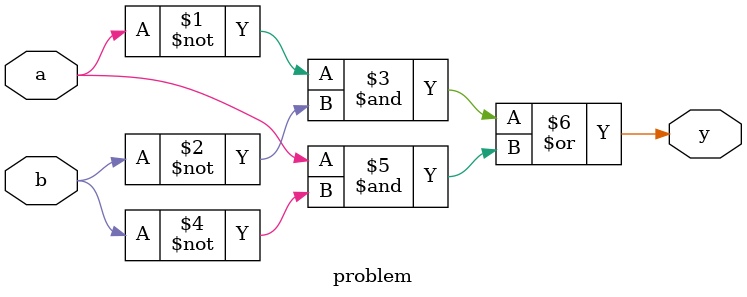
<source format=v>
module problem(
    input a,
    input b,
    output y
);

assign y = ((~a & ~b) | (a & ~b));
endmodule
</source>
